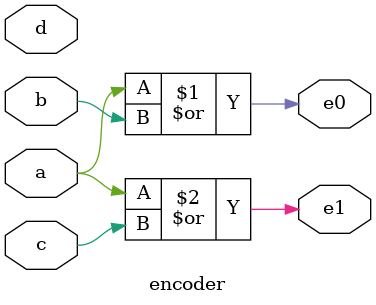
<source format=v>
`timescale 1ns / 1ps


module encoder(
    input a, b, c, d,
    output e0, e1
    );
    
assign e0 = a | b;
assign e1 = a | c;

endmodule

</source>
